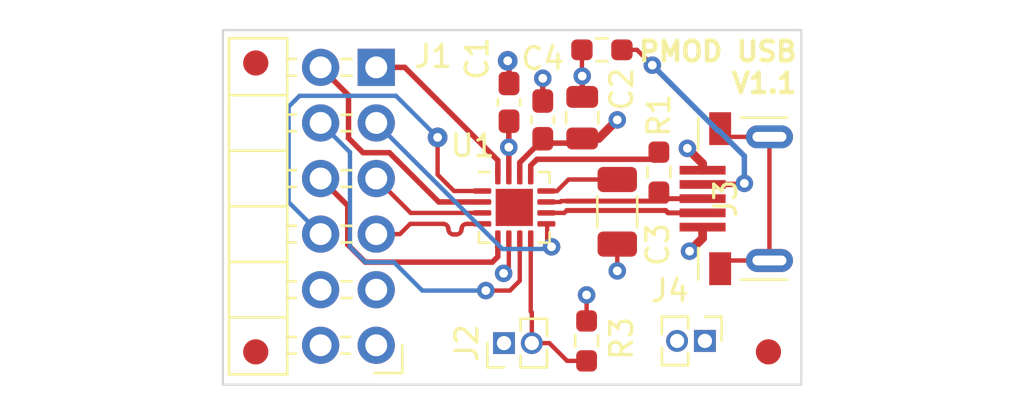
<source format=kicad_pcb>
(kicad_pcb (version 20211014) (generator pcbnew)
  (layers (0 "F.Cu" signal) (1 "In1.Cu" signal) (2 "In2.Cu" signal) (31 "B.Cu" signal) (34 "B.Paste" user) (35 "F.Paste" user) (36 "B.SilkS" user "B.Silkscreen") (37 "F.SilkS" user "F.Silkscreen") (38 "B.Mask" user) (39 "F.Mask" user) (44 "Edge.Cuts" user))
  (net 0 "")
  (net 1 "VCC")
  (net 2 "GND")
  (net 3 "VBUS")
  (net 4 "Net-(C3-Pad1)")
  (net 5 "/V_{BUSDET}")
  (net 6 "/~{OE}")
  (net 7 "/CON")
  (net 8 "/SPD")
  (net 9 "/PMOD_D-")
  (net 10 "/PMOD_D+")
  (net 11 "/SUS")
  (net 12 "/RCV")
  (net 13 "/USB_D-")
  (net 14 "/USB_D+")
  (net 15 "Net-(J3-Pad4)")
  (net 16 "unconnected-(J3-Pad6)")
  (net 17 "Net-(R1-Pad1)")
  (net 19 "Net-(J2-Pad2)")
  (footprint "Resistor_SMD:R_0603_1608Metric_Pad0.98x0.95mm_HandSolder" (layer "F.Cu") (at 141.1 95.0875 -90)
    (fp_text reference "R1" (at -2.6 0 90) (layer "F.SilkS"))
    (fp_text value "dnp")
    (fp_line (start -0.254724 0.5225) (end 0.254724 0.5225) (layer "F.SilkS") (width 0.12))
    (fp_line (start -0.254724 -0.5225) (end 0.254724 -0.5225) (layer "F.SilkS") (width 0.12))
    (pad "1" smd roundrect (at -0.9125 0 270) (size 0.975 0.95) (layers "F.Cu" "F.Paste" "F.Mask") (net 17 "Net-(R1-Pad1)"))
    (pad "2" smd roundrect (at 0.9125 0 270) (size 0.975 0.95) (layers "F.Cu" "F.Paste" "F.Mask") (net 14 "/USB_D+"))
  )
  (footprint "Capacitor_SMD:C_0805_2012Metric" (layer "F.Cu") (at 137.6 92.6 90)
    (fp_text reference "C2" (at 1.3 1.8 270) (layer "F.SilkS"))
    (fp_text value "4u7")
    (fp_line (start -0.261252 -0.735) (end 0.261252 -0.735) (layer "F.SilkS") (width 0.12))
    (fp_line (start -0.261252 0.735) (end 0.261252 0.735) (layer "F.SilkS") (width 0.12))
    (pad "1" smd roundrect (at -0.95 0 90) (size 1 1.45) (layers "F.Cu" "F.Paste" "F.Mask") (net 3 "VBUS"))
    (pad "2" smd roundrect (at 0.95 0 90) (size 1 1.45) (layers "F.Cu" "F.Paste" "F.Mask") (net 2 "GND"))
  )
  (footprint "footprints:Fiducial_1.152mm_Mask1.3mm" (layer "F.Cu") (at 122.7 103.3)
    (fp_text reference "REF**" hide)
    (fp_text value "Fiducial_1.152mm_Mask1.3mm")
    (pad "" smd circle (at 0 0) (size 1.152 1.152) (layers "F.Cu" "F.Mask") (clearance 0.4))
  )
  (footprint "Capacitor_SMD:C_0603_1608Metric_Pad1.08x0.95mm_HandSolder" (layer "F.Cu") (at 134.26 91.9 90)
    (fp_text reference "C1" (at 2 -1.46 90) (layer "F.SilkS"))
    (fp_text value "100n")
    (fp_line (start -0.146267 -0.51) (end 0.146267 -0.51) (layer "F.SilkS") (width 0.12))
    (fp_line (start -0.146267 0.51) (end 0.146267 0.51) (layer "F.SilkS") (width 0.12))
    (pad "1" smd roundrect (at -0.8625 0 90) (size 1.075 0.95) (layers "F.Cu" "F.Paste" "F.Mask") (net 1 "VCC"))
    (pad "2" smd roundrect (at 0.8625 0 90) (size 1.075 0.95) (layers "F.Cu" "F.Paste" "F.Mask") (net 2 "GND"))
  )
  (footprint "footprints:Fiducial_1.152mm_Mask1.3mm" (layer "F.Cu") (at 122.7 90.1)
    (fp_text reference "REF**" hide)
    (fp_text value "Fiducial_1.152mm_Mask1.3mm")
    (pad "" smd circle (at 0 0) (size 1.152 1.152) (layers "F.Cu" "F.Mask") (clearance 0.4))
  )
  (footprint "Connector_PinHeader_1.27mm:PinHeader_1x02_P1.27mm_Vertical" (layer "F.Cu") (at 143.2 102.8 -90)
    (fp_text reference "J4" (at -2.3 1.6) (layer "F.SilkS"))
    (fp_text value "dnp")
    (fp_line (start -1.11 0.76) (end -1.11 1.965) (layer "F.SilkS") (width 0.12))
    (fp_line (start 0.563471 0.76) (end 1.11 0.76) (layer "F.SilkS") (width 0.12))
    (fp_line (start -1.11 0) (end -1.11 -0.76) (layer "F.SilkS") (width 0.12))
    (fp_line (start -1.11 0.76) (end -0.563471 0.76) (layer "F.SilkS") (width 0.12))
    (fp_line (start -1.11 1.965) (end -0.30753 1.965) (layer "F.SilkS") (width 0.12))
    (fp_line (start 0.30753 1.965) (end 1.11 1.965) (layer "F.SilkS") (width 0.12))
    (fp_line (start -1.11 -0.76) (end 0 -0.76) (layer "F.SilkS") (width 0.12))
    (fp_line (start 1.11 0.76) (end 1.11 1.965) (layer "F.SilkS") (width 0.12))
    (pad "1" thru_hole rect (at 0 0 270) (size 1 1) (drill 0.65) (layers *.Cu *.Mask) (net 2 "GND"))
    (pad "2" thru_hole oval (at 0 1.27 270) (size 1 1) (drill 0.65) (layers *.Cu *.Mask) (net 3 "VBUS"))
  )
  (footprint "Capacitor_SMD:C_1206_3216Metric" (layer "F.Cu") (at 139.2 96.9 -90)
    (fp_text reference "C3" (at 1.5 -1.85 90) (layer "F.SilkS"))
    (fp_text value "1u")
    (fp_line (start -0.711252 0.91) (end 0.711252 0.91) (layer "F.SilkS") (width 0.12))
    (fp_line (start -0.711252 -0.91) (end 0.711252 -0.91) (layer "F.SilkS") (width 0.12))
    (pad "1" smd roundrect (at -1.475 0 270) (size 1.15 1.8) (layers "F.Cu" "F.Paste" "F.Mask") (roundrect_rratio 0.2173913043) (net 4 "Net-(C3-Pad1)"))
    (pad "2" smd roundrect (at 1.475 0 270) (size 1.15 1.8) (layers "F.Cu" "F.Paste" "F.Mask") (roundrect_rratio 0.2173913043) (net 2 "GND"))
  )
  (footprint "footprints:MICRO5.9mmusb" (layer "F.Cu") (at 144.645 96.3 90)
    (fp_text reference "J3" (at 0 -0.5 90 unlocked) (layer "F.SilkS"))
    (fp_text value "USB_B_Micro")
    (fp_line (start 2.225 -1.75) (end 3.675 -1.75) (layer "F.SilkS") (width 0.12))
    (fp_line (start 3.7 2.3) (end 3.7 0.2) (layer "F.SilkS") (width 0.12))
    (fp_line (start -3.7 -1.75) (end -2.25 -1.75) (layer "F.SilkS") (width 0.12))
    (fp_line (start -3.7 2.3) (end -3.7 0.2) (layer "F.SilkS") (width 0.12))
    (pad "" np_thru_hole circle (at -2 -0.65 90) (size 0.4 0.4) (drill 0.6) (layers F&B.Cu *.Mask))
    (pad "" np_thru_hole circle (at 2 -0.65 90) (size 0.4 0.4) (drill 0.6) (layers F&B.Cu *.Mask))
    (pad "1" smd rect (at -1.3 -1.55 90) (size 0.4 2.1) (layers "F.Cu" "F.Paste" "F.Mask") (net 3 "VBUS"))
    (pad "2" smd rect (at -0.65 -1.55 90) (size 0.4 2.1) (layers "F.Cu" "F.Paste" "F.Mask") (net 13 "/USB_D-"))
    (pad "3" smd rect (at 0 -1.55 90) (size 0.4 2.1) (layers "F.Cu" "F.Paste" "F.Mask") (net 14 "/USB_D+"))
    (pad "4" smd rect (at 0.65 -1.55 90) (size 0.4 2.1) (layers "F.Cu" "F.Paste" "F.Mask") (net 15 "Net-(J3-Pad4)"))
    (pad "5" smd rect (at 1.3 -1.55 90) (size 0.4 2.1) (layers "F.Cu" "F.Paste" "F.Mask") (net 2 "GND"))
    (pad "6" smd rect (at 3.2 -0.75 90) (size 1.5 1) (layers "F.Cu" "F.Paste" "F.Mask") (net 16 "unconnected-(J3-Pad6)"))
    (pad "6" thru_hole oval (at 2.825 1.5 90) (size 1.05 2.15) (drill oval 0.45 1.55) (layers *.Cu *.Mask) (net 16 "unconnected-(J3-Pad6)"))
    (pad "6" smd rect (at -3.2 -0.75 90) (size 1.5 1) (layers "F.Cu" "F.Paste" "F.Mask") (net 16 "unconnected-(J3-Pad6)"))
    (pad "6" thru_hole oval (at -2.825 1.5 90) (size 1.05 2.15) (drill oval 0.45 1.55) (layers *.Cu *.Mask) (net 16 "unconnected-(J3-Pad6)"))
  )
  (footprint "Package_DFN_QFN:QFN-16-1EP_3x3mm_P0.5mm_EP1.7x1.7mm" (layer "F.Cu") (at 134.5 96.7)
    (fp_text reference "U1" (at -1.9 -2.82) (layer "F.SilkS"))
    (fp_text value "STUSB03EQ")
    (fp_line (start 1.135 1.61) (end 1.61 1.61) (layer "F.SilkS") (width 0.12))
    (fp_line (start 1.61 -1.61) (end 1.61 -1.135) (layer "F.SilkS") (width 0.12))
    (fp_line (start -1.61 1.61) (end -1.61 1.135) (layer "F.SilkS") (width 0.12))
    (fp_line (start 1.135 -1.61) (end 1.61 -1.61) (layer "F.SilkS") (width 0.12))
    (fp_line (start -1.135 -1.61) (end -1.61 -1.61) (layer "F.SilkS") (width 0.12))
    (fp_line (start 1.61 1.61) (end 1.61 1.135) (layer "F.SilkS") (width 0.12))
    (fp_line (start -1.135 1.61) (end -1.61 1.61) (layer "F.SilkS") (width 0.12))
    (pad "1" smd roundrect (at -1.4625 -0.75) (size 0.825 0.25) (layers "F.Cu" "F.Paste" "F.Mask") (net 8 "/SPD"))
    (pad "2" smd roundrect (at -1.4625 -0.25) (size 0.825 0.25) (layers "F.Cu" "F.Paste" "F.Mask") (net 12 "/RCV"))
    (pad "3" smd roundrect (at -1.4625 0.25) (size 0.825 0.25) (layers "F.Cu" "F.Paste" "F.Mask") (net 10 "/PMOD_D+"))
    (pad "4" smd roundrect (at -1.4625 0.75) (size 0.825 0.25) (layers "F.Cu" "F.Paste" "F.Mask") (net 9 "/PMOD_D-"))
    (pad "5" smd roundrect (at -0.75 1.4625) (size 0.25 0.825) (layers "F.Cu" "F.Paste" "F.Mask") (net 7 "/CON"))
    (pad "6" smd roundrect (at -0.25 1.4625) (size 0.25 0.825) (layers "F.Cu" "F.Paste" "F.Mask") (net 2 "GND"))
    (pad "7" smd roundrect (at 0.25 1.4625) (size 0.25 0.825) (layers "F.Cu" "F.Paste" "F.Mask") (net 11 "/SUS"))
    (pad "8" smd roundrect (at 0.75 1.4625) (size 0.25 0.825) (layers "F.Cu" "F.Paste" "F.Mask") (net 19 "Net-(J2-Pad2)"))
    (pad "9" smd roundrect (at 1.4625 0.75) (size 0.825 0.25) (layers "F.Cu" "F.Paste" "F.Mask") (net 6 "/~{OE}"))
    (pad "10" smd roundrect (at 1.4625 0.25) (size 0.825 0.25) (layers "F.Cu" "F.Paste" "F.Mask") (net 13 "/USB_D-"))
    (pad "11" smd roundrect (at 1.4625 -0.25) (size 0.825 0.25) (layers "F.Cu" "F.Paste" "F.Mask") (net 14 "/USB_D+"))
    (pad "12" smd roundrect (at 1.4625 -0.75) (size 0.825 0.25) (layers "F.Cu" "F.Paste" "F.Mask") (net 4 "Net-(C3-Pad1)"))
    (pad "13" smd roundrect (at 0.75 -1.4625) (size 0.25 0.825) (layers "F.Cu" "F.Paste" "F.Mask") (net 17 "Net-(R1-Pad1)"))
    (pad "14" smd roundrect (at 0.25 -1.4625) (size 0.25 0.825) (layers "F.Cu" "F.Paste" "F.Mask") (net 3 "VBUS"))
    (pad "15" smd roundrect (at -0.25 -1.4625) (size 0.25 0.825) (layers "F.Cu" "F.Paste" "F.Mask") (net 1 "VCC"))
    (pad "16" smd roundrect (at -0.75 -1.4625) (size 0.25 0.825) (layers "F.Cu" "F.Paste" "F.Mask") (net 5 "/V_{BUSDET}"))
    (pad "17" smd rect (at 0 0) (size 1.7 1.7) (layers "F.Cu" "F.Mask"))
  )
  (footprint "Resistor_SMD:R_0603_1608Metric_Pad0.98x0.95mm_HandSolder" (layer "F.Cu") (at 137.8 102.8 90)
    (fp_text reference "R3" (at 0.1125 1.6 90) (layer "F.SilkS"))
    (fp_text value "10k")
    (fp_line (start -0.254724 0.5225) (end 0.254724 0.5225) (layer "F.SilkS") (width 0.12))
    (fp_line (start -0.254724 -0.5225) (end 0.254724 -0.5225) (layer "F.SilkS") (width 0.12))
    (pad "1" smd roundrect (at -0.9125 0 90) (size 0.975 0.95) (layers "F.Cu" "F.Paste" "F.Mask") (net 19 "Net-(J2-Pad2)"))
    (pad "2" smd roundrect (at 0.9125 0 90) (size 0.975 0.95) (layers "F.Cu" "F.Paste" "F.Mask") (net 2 "GND"))
  )
  (footprint "Connector_PinHeader_1.27mm:PinHeader_1x02_P1.27mm_Vertical" (layer "F.Cu") (at 134.03 102.9 90)
    (fp_text reference "J2" (at 0 -1.695 90) (layer "F.SilkS"))
    (fp_text value "dnp")
    (fp_line (start -1.11 0.76) (end -0.563471 0.76) (layer "F.SilkS") (width 0.12))
    (fp_line (start -1.11 -0.76) (end 0 -0.76) (layer "F.SilkS") (width 0.12))
    (fp_line (start 1.11 0.76) (end 1.11 1.965) (layer "F.SilkS") (width 0.12))
    (fp_line (start 0.30753 1.965) (end 1.11 1.965) (layer "F.SilkS") (width 0.12))
    (fp_line (start 0.563471 0.76) (end 1.11 0.76) (layer "F.SilkS") (width 0.12))
    (fp_line (start -1.11 1.965) (end -0.30753 1.965) (layer "F.SilkS") (width 0.12))
    (fp_line (start -1.11 0.76) (end -1.11 1.965) (layer "F.SilkS") (width 0.12))
    (fp_line (start -1.11 0) (end -1.11 -0.76) (layer "F.SilkS") (width 0.12))
    (pad "1" thru_hole rect (at 0 0 90) (size 1 1) (drill 0.65) (layers *.Cu *.Mask) (net 1 "VCC"))
    (pad "2" thru_hole oval (at 0 1.27 90) (size 1 1) (drill 0.65) (layers *.Cu *.Mask) (net 19 "Net-(J2-Pad2)"))
  )
  (footprint "footprints:Fiducial_1.152mm_Mask1.3mm" (layer "F.Cu") (at 146.1 103.3)
    (fp_text reference "REF**" hide)
    (fp_text value "Fiducial_1.152mm_Mask1.3mm")
    (pad "" smd circle (at 0 0) (size 1.152 1.152) (layers "F.Cu" "F.Mask") (clearance 0.4))
  )
  (footprint "Resistor_SMD:R_0603_1608Metric_Pad0.98x0.95mm_HandSolder" (layer "F.Cu") (at 138.5 89.5 180)
    (fp_text reference "R2" hide)
    (fp_text value "dnp")
    (fp_line (start -0.254724 0.5225) (end 0.254724 0.5225) (layer "F.SilkS") (width 0.12))
    (fp_line (start -0.254724 -0.5225) (end 0.254724 -0.5225) (layer "F.SilkS") (width 0.12))
    (pad "1" smd roundrect (at -0.9125 0 180) (size 0.975 0.95) (layers "F.Cu" "F.Paste" "F.Mask") (net 15 "Net-(J3-Pad4)"))
    (pad "2" smd roundrect (at 0.9125 0 180) (size 0.975 0.95) (layers "F.Cu" "F.Paste" "F.Mask") (net 2 "GND"))
  )
  (footprint "footprints:PinHeaderMirrored_2x06_P2.54mm_Horizontal" (layer "F.Cu") (at 125.66 90.3)
    (fp_text reference "J1" (at 5.14 -0.5) (layer "F.SilkS"))
    (fp_text value "Conn_02x06_Odd_Even")
    (fp_line (start 1.413071 0.38) (end 0.958929 0.38) (layer "F.SilkS") (width 0.12))
    (fp_line (start -1.126929 12.32) (end -1.524 12.32) (layer "F.SilkS") (width 0.12))
    (fp_line (start 1.413071 7.24) (end 0.958929 7.24) (layer "F.SilkS") (width 0.12))
    (fp_line (start -1.524 -1.33) (end -4.184 -1.33) (layer "F.SilkS") (width 0.12))
    (fp_line (start -4.184 14.03) (end -1.524 14.03) (layer "F.SilkS") (width 0.12))
    (fp_line (start 1.413071 2.16) (end 0.958929 2.16) (layer "F.SilkS") (width 0.12))
    (fp_line (start 3.726 12.7) (end 3.726 13.97) (layer "F.SilkS") (width 0.12))
    (fp_line (start 1.346 12.32) (end 0.958929 12.32) (layer "F.SilkS") (width 0.12))
    (fp_line (start 1.413071 -0.38) (end 0.958929 -0.38) (layer "F.SilkS") (width 0.12))
    (fp_line (start -1.126929 9.78) (end -1.524 9.78) (layer "F.SilkS") (width 0.12))
    (fp_line (start -1.126929 2.92) (end -1.524 2.92) (layer "F.SilkS") (width 0.12))
    (fp_line (start -1.524 8.89) (end -4.184 8.89) (layer "F.SilkS") (width 0.12))
    (fp_line (start 1.413071 8) (end 0.958929 8) (layer "F.SilkS") (width 0.12))
    (fp_line (start -1.524 11.43) (end -4.184 11.43) (layer "F.SilkS") (width 0.12))
    (fp_line (start -1.524 14.03) (end -1.524 -1.33) (layer "F.SilkS") (width 0.12))
    (fp_line (start 1.413071 2.92) (end 0.958929 2.92) (layer "F.SilkS") (width 0.12))
    (fp_line (start -1.126929 10.54) (end -1.524 10.54) (layer "F.SilkS") (width 0.12))
    (fp_line (start -1.126929 7.24) (end -1.524 7.24) (layer "F.SilkS") (width 0.12))
    (fp_line (start 3.726 13.97) (end 2.456 13.97) (layer "F.SilkS") (width 0.12))
    (fp_line (start -1.126929 5.46) (end -1.524 5.46) (layer "F.SilkS") (width 0.12))
    (fp_line (start -1.126929 2.16) (end -1.524 2.16) (layer "F.SilkS") (width 0.12))
    (fp_line (start 1.413071 10.54) (end 0.958929 10.54) (layer "F.SilkS") (width 0.12))
    (fp_line (start -1.126929 8) (end -1.524 8) (layer "F.SilkS") (width 0.12))
    (fp_line (start 1.346 13.08) (end 0.958929 13.08) (layer "F.SilkS") (width 0.12))
    (fp_line (start -4.184 -1.33) (end -4.184 14.03) (layer "F.SilkS") (width 0.12))
    (fp_line (start -1.126929 13.08) (end -1.524 13.08) (layer "F.SilkS") (width 0.12))
    (fp_line (start 1.413071 5.46) (end 0.958929 5.46) (layer "F.SilkS") (width 0.12))
    (fp_line (start -1.126929 4.7) (end -1.524 4.7) (layer "F.SilkS") (width 0.12))
    (fp_line (start 1.413071 4.7) (end 0.958929 4.7) (layer "F.SilkS") (width 0.12))
    (fp_line (start -1.126929 0.38) (end -1.524 0.38) (layer "F.SilkS") (width 0.12))
    (fp_line (start -1.126929 -0.38) (end -1.524 -0.38) (layer "F.SilkS") (width 0.12))
    (fp_line (start -1.524 1.27) (end -4.184 1.27) (layer "F.SilkS") (width 0.12))
    (fp_line (start 1.413071 9.78) (end 0.958929 9.78) (layer "F.SilkS") (width 0.12))
    (fp_line (start -1.524 6.35) (end -4.184 6.35) (layer "F.SilkS") (width 0.12))
    (fp_line (start -1.524 3.81) (end -4.184 3.81) (layer "F.SilkS") (width 0.12))
    (pad "1" thru_hole rect (at 2.54 0) (size 1.7 1.7) (drill 1) (layers *.Cu *.Mask) (net 5 "/V_{BUSDET}"))
    (pad "2" thru_hole circle (at 0 0) (size 1.7 1.7) (drill 1) (layers *.Cu *.Mask) (net 12 "/RCV"))
    (pad "3" thru_hole oval (at 2.54 2.54) (size 1.7 1.7) (drill 1) (layers *.Cu *.Mask) (net 6 "/~{OE}"))
    (pad "4" thru_hole oval (at 0 2.54) (size 1.7 1.7) (drill 1) (layers *.Cu *.Mask) (net 11 "/SUS"))
    (pad "5" thru_hole oval (at 2.54 5.08) (size 1.7 1.7) (drill 1) (layers *.Cu *.Mask) (net 10 "/PMOD_D+"))
    (pad "6" thru_hole oval (at 0 5.08) (size 1.7 1.7) (drill 1) (layers *.Cu *.Mask) (net 7 "/CON"))
    (pad "7" thru_hole oval (at 2.54 7.62) (size 1.7 1.7) (drill 1) (layers *.Cu *.Mask) (net 9 "/PMOD_D-"))
    (pad "8" thru_hole oval (at 0 7.62) (size 1.7 1.7) (drill 1) (layers *.Cu *.Mask) (net 8 "/SPD"))
    (pad "9" thru_hole oval (at 2.54 10.16) (size 1.7 1.7) (drill 1) (layers *.Cu *.Mask) (net 2 "GND"))
    (pad "10" thru_hole oval (at 0 10.16) (size 1.7 1.7) (drill 1) (layers *.Cu *.Mask) (net 2 "GND"))
    (pad "11" thru_hole oval (at 2.54 12.7) (size 1.7 1.7) (drill 1) (layers *.Cu *.Mask) (net 1 "VCC"))
    (pad "12" thru_hole oval (at 0 12.7) (size 1.7 1.7) (drill 1) (layers *.Cu *.Mask) (net 1 "VCC"))
  )
  (footprint "Capacitor_SMD:C_0603_1608Metric_Pad1.08x0.95mm_HandSolder" (layer "F.Cu") (at 135.8 92.7 90)
    (fp_text reference "C4" (at 2.8 0 180) (layer "F.SilkS"))
    (fp_text value "100n")
    (fp_line (start -0.146267 0.51) (end 0.146267 0.51) (layer "F.SilkS") (width 0.12))
    (fp_line (start -0.146267 -0.51) (end 0.146267 -0.51) (layer "F.SilkS") (width 0.12))
    (pad "1" smd roundrect (at -0.8625 0 90) (size 1.075 0.95) (layers "F.Cu" "F.Paste" "F.Mask") (net 3 "VBUS"))
    (pad "2" smd roundrect (at 0.8625 0 90) (size 1.075 0.95) (layers "F.Cu" "F.Paste" "F.Mask") (net 2 "GND"))
  )
  (gr_rect (start 121.2 88.6) (end 147.6 104.8) (layer "Edge.Cuts") (width 0.1) (fill none))
  (gr_text "PMOD USB\nV1.1" (at 147.5 90.3) (layer "F.SilkS") (effects (font (size 0.9 0.9) (thickness 0.2)) (justify right)))
  (segment (start 134.25 92.7725) (end 134.26 92.7625) (width 0.25) (layer "F.Cu") (net 1))
  (segment (start 134.25 93.95) (end 134.25 92.7725) (width 0.25) (layer "F.Cu") (net 1))
  (segment (start 134.25 92.9625) (end 134.26 92.9525) (width 0.25) (layer "F.Cu") (net 1))
  (segment (start 134.25 95.2375) (end 134.25 93.95) (width 0.25) (layer "F.Cu") (net 1))
  (via (at 134.25 93.95) (size 0.8) (drill 0.4) (layers "F.Cu" "B.Cu") (net 1))
  (segment (start 135.8 92.0375) (end 135.8 90.8) (width 0.25) (layer "F.Cu") (net 2))
  (segment (start 139.2 98.375) (end 139.2 99.6) (width 0.2) (layer "F.Cu") (net 2))
  (segment (start 134.012299 99.712299) (end 134.25 99.474598) (width 0.2) (layer "F.Cu") (net 2))
  (segment (start 137.6 91.85) (end 137.6 90.7) (width 0.25) (layer "F.Cu") (net 2))
  (segment (start 134.25 99.474598) (end 134.25 98.1625) (width 0.2) (layer "F.Cu") (net 2))
  (segment (start 137.5875 89.5) (end 137.5875 90.6875) (width 0.2) (layer "F.Cu") (net 2))
  (segment (start 137.5875 90.6875) (end 137.6 90.7) (width 0.2) (layer "F.Cu") (net 2))
  (segment (start 134.26 90.06) (end 134.2 90) (width 0.25) (layer "F.Cu") (net 2))
  (segment (start 134.26 91.2275) (end 134.26 90.06) (width 0.25) (layer "F.Cu") (net 2))
  (segment (start 143.095 95) (end 143.095 94.695) (width 0.4) (layer "F.Cu") (net 2))
  (segment (start 137.8 101.8875) (end 137.8 100.7) (width 0.2) (layer "F.Cu") (net 2))
  (segment (start 143.095 94.695) (end 142.4 94) (width 0.4) (layer "F.Cu") (net 2))
  (via (at 134.012299 99.712299) (size 0.8) (drill 0.4) (layers "F.Cu" "B.Cu") (net 2))
  (via (at 137.6 90.7) (size 0.8) (drill 0.4) (layers "F.Cu" "B.Cu") (net 2))
  (via (at 137.8 100.7) (size 0.8) (drill 0.4) (layers "F.Cu" "B.Cu") (net 2))
  (via (at 142.4 94) (size 0.8) (drill 0.4) (layers "F.Cu" "B.Cu") (net 2))
  (via (at 139.2 99.6) (size 0.8) (drill 0.4) (layers "F.Cu" "B.Cu") (net 2))
  (via (at 134.2 90) (size 0.9) (drill 0.4) (layers "F.Cu" "B.Cu") (net 2))
  (via (at 135.8 90.8) (size 0.8) (drill 0.4) (layers "F.Cu" "B.Cu") (net 2))
  (segment (start 134.75 94.65) (end 135.6375 93.7625) (width 0.25) (layer "F.Cu") (net 3))
  (segment (start 135.6375 93.7625) (end 135.8 93.7625) (width 0.25) (layer "F.Cu") (net 3))
  (segment (start 137.5875 93.7625) (end 137.6 93.75) (width 0.25) (layer "F.Cu") (net 3))
  (segment (start 143.095 97.6) (end 143.095 98.105) (width 0.4) (layer "F.Cu") (net 3))
  (segment (start 135.8 93.7625) (end 137.5875 93.7625) (width 0.25) (layer "F.Cu") (net 3))
  (segment (start 137.6 93.55) (end 138.35 93.55) (width 0.4) (layer "F.Cu") (net 3))
  (segment (start 134.75 95.2375) (end 134.75 94.65) (width 0.25) (layer "F.Cu") (net 3))
  (segment (start 143.095 98.105) (end 142.5 98.7) (width 0.4) (layer "F.Cu") (net 3))
  (segment (start 138.35 93.55) (end 139.2 92.7) (width 0.4) (layer "F.Cu") (net 3))
  (via (at 139.2 92.7) (size 0.8) (drill 0.4) (layers "F.Cu" "B.Cu") (net 3))
  (via (at 142.5 98.7) (size 0.8) (drill 0.4) (layers "F.Cu" "B.Cu") (net 3))
  (segment (start 135.9625 95.95) (end 136.45 95.95) (width 0.2) (layer "F.Cu") (net 4))
  (segment (start 136.45 95.95) (end 136.975 95.425) (width 0.2) (layer "F.Cu") (net 4))
  (segment (start 136.975 95.425) (end 139.2 95.425) (width 0.2) (layer "F.Cu") (net 4))
  (segment (start 133.75 94.55) (end 133.75 95.2375) (width 0.25) (layer "F.Cu") (net 5))
  (segment (start 129.5 90.3) (end 133.75 94.55) (width 0.25) (layer "F.Cu") (net 5))
  (segment (start 128.2 90.3) (end 129.5 90.3) (width 0.25) (layer "F.Cu") (net 5))
  (segment (start 136 97.4875) (end 135.9625 97.45) (width 0.2) (layer "F.Cu") (net 6))
  (segment (start 136.2 98.5) (end 136 98.3) (width 0.2) (layer "F.Cu") (net 6))
  (segment (start 136 98.3) (end 136 97.4875) (width 0.2) (layer "F.Cu") (net 6))
  (via (at 136.2 98.5) (size 0.8) (drill 0.4) (layers "F.Cu" "B.Cu") (net 6))
  (segment (start 128.2 92.84) (end 133.96 98.6) (width 0.2) (layer "B.Cu") (net 6))
  (segment (start 133.96 98.6) (end 135 98.6) (width 0.2) (layer "B.Cu") (net 6))
  (segment (start 136.1 98.6) (end 136.2 98.5) (width 0.2) (layer "B.Cu") (net 6))
  (segment (start 135 98.6) (end 136.1 98.6) (width 0.2) (layer "B.Cu") (net 6))
  (segment (start 125.66 95.38) (end 126.9 96.62) (width 0.25) (layer "F.Cu") (net 7))
  (segment (start 126.9 96.62) (end 126.9 98.4) (width 0.25) (layer "F.Cu") (net 7))
  (segment (start 133.5 99.2) (end 133.75 98.95) (width 0.25) (layer "F.Cu") (net 7))
  (segment (start 126.9 98.4) (end 127.7 99.2) (width 0.25) (layer "F.Cu") (net 7))
  (segment (start 133.75 98.95) (end 133.75 98.1625) (width 0.25) (layer "F.Cu") (net 7))
  (segment (start 127.7 99.2) (end 133.5 99.2) (width 0.25) (layer "F.Cu") (net 7))
  (segment (start 131 93.5) (end 131 95.2) (width 0.2) (layer "F.Cu") (net 8))
  (segment (start 131 95.2) (end 131.75 95.95) (width 0.2) (layer "F.Cu") (net 8))
  (segment (start 131.75 95.95) (end 133.0375 95.95) (width 0.2) (layer "F.Cu") (net 8))
  (via (at 131 93.5) (size 0.9) (drill 0.4) (layers "F.Cu" "B.Cu") (net 8))
  (segment (start 125.66 97.92) (end 124.2 96.46) (width 0.2) (layer "B.Cu") (net 8))
  (segment (start 124.2 95.6) (end 124.2 92.1) (width 0.2) (layer "B.Cu") (net 8))
  (segment (start 124.2 96.46) (end 124.2 95.6) (width 0.2) (layer "B.Cu") (net 8))
  (segment (start 124.7 91.6) (end 128.7 91.6) (width 0.2) (layer "B.Cu") (net 8))
  (segment (start 124.2 92.1) (end 124.5 91.8) (width 0.2) (layer "B.Cu") (net 8))
  (segment (start 128.7 91.6) (end 129.1 91.6) (width 0.2) (layer "B.Cu") (net 8))
  (segment (start 124.5 91.8) (end 124.7 91.6) (width 0.2) (layer "B.Cu") (net 8))
  (segment (start 129.1 91.6) (end 131 93.5) (width 0.2) (layer "B.Cu") (net 8))
  (segment (start 132.09267 97.692671) (end 132.09267 97.69267) (width 0.2) (layer "F.Cu") (net 9))
  (segment (start 132.45 97.45) (end 133.0375 97.45) (width 0.2) (layer "F.Cu") (net 9))
  (segment (start 131.49267 97.69267) (end 131.49267 97.692671) (width 0.2) (layer "F.Cu") (net 9))
  (segment (start 128.2 97.92) (end 129.28 97.92) (width 0.2) (layer "F.Cu") (net 9))
  (segment (start 131.73534 97.935341) (end 131.85 97.935341) (width 0.2) (layer "F.Cu") (net 9))
  (segment (start 132.33534 97.45) (end 132.45 97.45) (width 0.2) (layer "F.Cu") (net 9))
  (segment (start 129.28 97.92) (end 129.75 97.45) (width 0.2) (layer "F.Cu") (net 9))
  (segment (start 129.75 97.45) (end 131.25 97.45) (width 0.2) (layer "F.Cu") (net 9))
  (arc (start 132.09267 97.69267) (mid 132.163746 97.521076) (end 132.33534 97.45) (width 0.2) (layer "F.Cu") (net 9))
  (arc (start 131.85 97.935341) (mid 132.021594 97.864265) (end 132.09267 97.692671) (width 0.2) (layer "F.Cu") (net 9))
  (arc (start 131.25 97.45) (mid 131.421594 97.521076) (end 131.49267 97.69267) (width 0.2) (layer "F.Cu") (net 9))
  (arc (start 131.49267 97.692671) (mid 131.563746 97.864265) (end 131.73534 97.935341) (width 0.2) (layer "F.Cu") (net 9))
  (segment (start 129.77 96.95) (end 128.2 95.38) (width 0.2) (layer "F.Cu") (net 10))
  (segment (start 133.0375 96.95) (end 129.77 96.95) (width 0.2) (layer "F.Cu") (net 10))
  (segment (start 134.3 100.5) (end 133.2 100.5) (width 0.2) (layer "F.Cu") (net 11))
  (segment (start 134.75 100.05) (end 134.3 100.5) (width 0.2) (layer "F.Cu") (net 11))
  (segment (start 133.2 100.5) (end 133.1 100.5) (width 0.2) (layer "F.Cu") (net 11))
  (segment (start 134.75 98.1625) (end 134.75 100.05) (width 0.2) (layer "F.Cu") (net 11))
  (via (at 133.2 100.5) (size 0.8) (drill 0.4) (layers "F.Cu" "B.Cu") (net 11))
  (segment (start 129 99.2) (end 130.3 100.5) (width 0.2) (layer "B.Cu") (net 11))
  (segment (start 127 94.18) (end 127 98.5) (width 0.2) (layer "B.Cu") (net 11))
  (segment (start 130.3 100.5) (end 133.2 100.5) (width 0.2) (layer "B.Cu") (net 11))
  (segment (start 125.66 92.84) (end 127 94.18) (width 0.2) (layer "B.Cu") (net 11))
  (segment (start 127 98.5) (end 127.7 99.2) (width 0.2) (layer "B.Cu") (net 11))
  (segment (start 127.7 99.2) (end 129 99.2) (width 0.2) (layer "B.Cu") (net 11))
  (segment (start 126.934278 93.534278) (end 127.6 94.2) (width 0.25) (layer "F.Cu") (net 12))
  (segment (start 126.934278 91.574278) (end 126.934278 93.534278) (width 0.25) (layer "F.Cu") (net 12))
  (segment (start 131.05 96.45) (end 132.15 96.45) (width 0.25) (layer "F.Cu") (net 12))
  (segment (start 125.66 90.3) (end 126.934278 91.574278) (width 0.25) (layer "F.Cu") (net 12))
  (segment (start 127.6 94.2) (end 128.8 94.2) (width 0.25) (layer "F.Cu") (net 12))
  (segment (start 128.8 94.2) (end 131.05 96.45) (width 0.25) (layer "F.Cu") (net 12))
  (segment (start 132.15 96.45) (end 133.0375 96.45) (width 0.25) (layer "F.Cu") (net 12))
  (segment (start 143.095 96.95) (end 141.519999 96.95) (width 0.228) (layer "F.Cu") (net 13))
  (segment (start 135.9625 96.95) (end 136.78222 96.95) (width 0.2) (layer "F.Cu") (net 13))
  (segment (start 141.519999 96.95) (end 141.408999 96.839) (width 0.228) (layer "F.Cu") (net 13))
  (segment (start 141.408999 96.839) (end 136.89322 96.839) (width 0.228) (layer "F.Cu") (net 13))
  (segment (start 136.78222 96.95) (end 136.89322 96.839) (width 0.2) (layer "F.Cu") (net 13))
  (segment (start 136.639 96.411) (end 136.6 96.45) (width 0.2) (layer "F.Cu") (net 14))
  (segment (start 141.408999 96.411) (end 136.89322 96.411) (width 0.228) (layer "F.Cu") (net 14))
  (segment (start 136.6 96.45) (end 135.9625 96.45) (width 0.2) (layer "F.Cu") (net 14))
  (segment (start 143.095 96.3) (end 141.519999 96.3) (width 0.228) (layer "F.Cu") (net 14))
  (segment (start 136.89322 96.411) (end 136.88222 96.4) (width 0.2) (layer "F.Cu") (net 14))
  (segment (start 141.519999 96.3) (end 141.408999 96.411) (width 0.228) (layer "F.Cu") (net 14))
  (segment (start 136.89322 96.411) (end 136.639 96.411) (width 0.2) (layer "F.Cu") (net 14))
  (segment (start 139.4125 89.5) (end 140.1 89.5) (width 0.2) (layer "F.Cu") (net 15))
  (segment (start 143.095 95.65) (end 144.95 95.65) (width 0.25) (layer "F.Cu") (net 15))
  (segment (start 144.95 95.65) (end 145 95.6) (width 0.25) (layer "F.Cu") (net 15))
  (segment (start 140.1 89.5) (end 140.8 90.2) (width 0.2) (layer "F.Cu") (net 15))
  (segment (start 139.4 89.5125) (end 139.4125 89.5) (width 0.2) (layer "F.Cu") (net 15))
  (via (at 140.8 90.2) (size 0.8) (drill 0.4) (layers "F.Cu" "B.Cu") (net 15))
  (via (at 145 95.6) (size 0.8) (drill 0.4) (layers "F.Cu" "B.Cu") (net 15))
  (segment (start 143.8 93.2) (end 140.8 90.2) (width 0.25) (layer "B.Cu") (net 15))
  (segment (start 145 94.350404) (end 143.849596 93.2) (width 0.25) (layer "B.Cu") (net 15))
  (segment (start 143.849596 93.2) (end 143.8 93.2) (width 0.25) (layer "B.Cu") (net 15))
  (segment (start 145 95.6) (end 145 94.350404) (width 0.25) (layer "B.Cu") (net 15))
  (segment (start 146.145 93.475) (end 146.145 99.125) (width 0.2) (layer "F.Cu") (net 16))
  (segment (start 144.27 93.475) (end 143.895 93.1) (width 0.2) (layer "F.Cu") (net 16))
  (segment (start 144.27 99.125) (end 143.895 99.5) (width 0.2) (layer "F.Cu") (net 16))
  (segment (start 146.145 99.125) (end 144.27 99.125) (width 0.2) (layer "F.Cu") (net 16))
  (segment (start 146.145 93.475) (end 144.27 93.475) (width 0.2) (layer "F.Cu") (net 16))
  (segment (start 135.25 94.786396) (end 135.536396 94.5) (width 0.25) (layer "F.Cu") (net 17))
  (segment (start 135.25 95.2375) (end 135.25 94.786396) (width 0.25) (layer "F.Cu") (net 17))
  (segment (start 140.775 94.5) (end 141.1 94.175) (width 0.25) (layer "F.Cu") (net 17))
  (segment (start 135.536396 94.5) (end 140.775 94.5) (width 0.25) (layer "F.Cu") (net 17))
  (segment (start 135.25 101.45) (end 135.3 101.5) (width 0.2) (layer "F.Cu") (net 19))
  (segment (start 136.9125 103.7125) (end 137.8 103.7125) (width 0.2) (layer "F.Cu") (net 19))
  (segment (start 135.25 98.1625) (end 135.25 101.45) (width 0.2) (layer "F.Cu") (net 19))
  (segment (start 135.3 102.9) (end 136.1 102.9) (width 0.2) (layer "F.Cu") (net 19))
  (segment (start 135.3 101.5) (end 135.3 102.9) (width 0.2) (layer "F.Cu") (net 19))
  (segment (start 136.1 102.9) (end 136.9125 103.7125) (width 0.2) (layer "F.Cu") (net 19))
)
</source>
